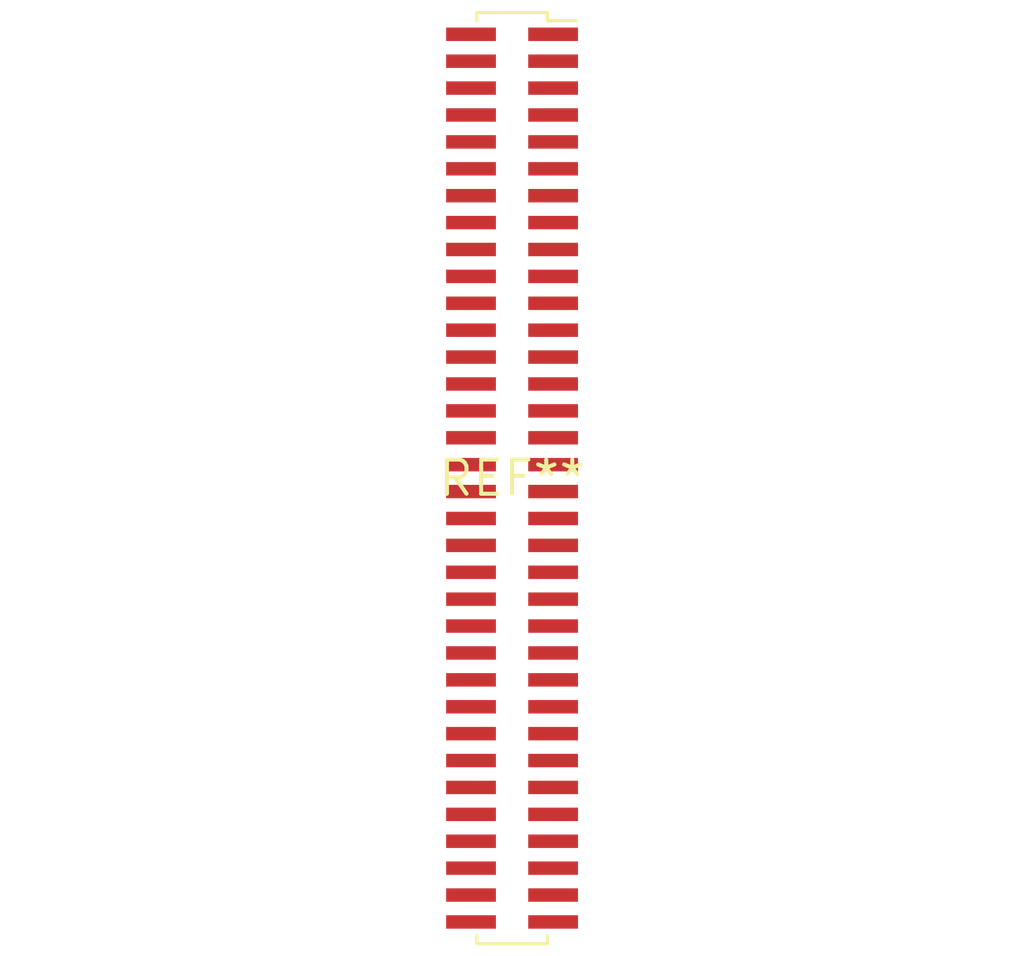
<source format=kicad_pcb>
(kicad_pcb (version 20240108) (generator pcbnew)
  (layers (0 "F.Cu" signal) (31 "B.Cu" signal) (34 "B.Paste" user) (35 "F.Paste" user) (36 "B.SilkS" user "B.Silkscreen") (37 "F.SilkS" user "F.Silkscreen") (38 "B.Mask" user) (39 "F.Mask" user) (44 "Edge.Cuts" user))
  (net 0 "")
  (footprint "PinSocket_2x34_P1.00mm_Vertical_SMD" (layer "F.Cu") (at 0 0)
    (property "Reference" "REF**")
    (property "Value" "PinSocket_2x34_P1.00mm_Vertical_SMD")
    (fp_line (start -1.31 -17.31) (end -1.31 -17.01) (layer "F.SilkS") (stroke (width 0.12)))
    (fp_line (start -1.31 -17.31) (end 1.31 -17.31) (layer "F.SilkS") (stroke (width 0.12)))
    (fp_line (start -1.31 17.01) (end -1.31 17.31) (layer "F.SilkS") (stroke (width 0.12)))
    (fp_line (start -1.31 17.31) (end 1.31 17.31) (layer "F.SilkS") (stroke (width 0.12)))
    (fp_line (start 1.31 -17.31) (end 1.31 -17.01) (layer "F.SilkS") (stroke (width 0.12)))
    (fp_line (start 1.31 -17.01) (end 2.39 -17.01) (layer "F.SilkS") (stroke (width 0.12)))
    (fp_line (start 1.31 17.01) (end 1.31 17.31) (layer "F.SilkS") (stroke (width 0.12)))
    (pad "1" smd rect (at 1.525 -16.5) (size 1.85 0.5) (layers "F.Cu" "F.Paste" "F.Mask"))
    (pad "2" smd rect (at -1.525 -16.5) (size 1.85 0.5) (layers "F.Cu" "F.Paste" "F.Mask"))
    (pad "3" smd rect (at 1.525 -15.5) (size 1.85 0.5) (layers "F.Cu" "F.Paste" "F.Mask"))
    (pad "4" smd rect (at -1.525 -15.5) (size 1.85 0.5) (layers "F.Cu" "F.Paste" "F.Mask"))
    (pad "5" smd rect (at 1.525 -14.5) (size 1.85 0.5) (layers "F.Cu" "F.Paste" "F.Mask"))
    (pad "6" smd rect (at -1.525 -14.5) (size 1.85 0.5) (layers "F.Cu" "F.Paste" "F.Mask"))
    (pad "7" smd rect (at 1.525 -13.5) (size 1.85 0.5) (layers "F.Cu" "F.Paste" "F.Mask"))
    (pad "8" smd rect (at -1.525 -13.5) (size 1.85 0.5) (layers "F.Cu" "F.Paste" "F.Mask"))
    (pad "9" smd rect (at 1.525 -12.5) (size 1.85 0.5) (layers "F.Cu" "F.Paste" "F.Mask"))
    (pad "10" smd rect (at -1.525 -12.5) (size 1.85 0.5) (layers "F.Cu" "F.Paste" "F.Mask"))
    (pad "11" smd rect (at 1.525 -11.5) (size 1.85 0.5) (layers "F.Cu" "F.Paste" "F.Mask"))
    (pad "12" smd rect (at -1.525 -11.5) (size 1.85 0.5) (layers "F.Cu" "F.Paste" "F.Mask"))
    (pad "13" smd rect (at 1.525 -10.5) (size 1.85 0.5) (layers "F.Cu" "F.Paste" "F.Mask"))
    (pad "14" smd rect (at -1.525 -10.5) (size 1.85 0.5) (layers "F.Cu" "F.Paste" "F.Mask"))
    (pad "15" smd rect (at 1.525 -9.5) (size 1.85 0.5) (layers "F.Cu" "F.Paste" "F.Mask"))
    (pad "16" smd rect (at -1.525 -9.5) (size 1.85 0.5) (layers "F.Cu" "F.Paste" "F.Mask"))
    (pad "17" smd rect (at 1.525 -8.5) (size 1.85 0.5) (layers "F.Cu" "F.Paste" "F.Mask"))
    (pad "18" smd rect (at -1.525 -8.5) (size 1.85 0.5) (layers "F.Cu" "F.Paste" "F.Mask"))
    (pad "19" smd rect (at 1.525 -7.5) (size 1.85 0.5) (layers "F.Cu" "F.Paste" "F.Mask"))
    (pad "20" smd rect (at -1.525 -7.5) (size 1.85 0.5) (layers "F.Cu" "F.Paste" "F.Mask"))
    (pad "21" smd rect (at 1.525 -6.5) (size 1.85 0.5) (layers "F.Cu" "F.Paste" "F.Mask"))
    (pad "22" smd rect (at -1.525 -6.5) (size 1.85 0.5) (layers "F.Cu" "F.Paste" "F.Mask"))
    (pad "23" smd rect (at 1.525 -5.5) (size 1.85 0.5) (layers "F.Cu" "F.Paste" "F.Mask"))
    (pad "24" smd rect (at -1.525 -5.5) (size 1.85 0.5) (layers "F.Cu" "F.Paste" "F.Mask"))
    (pad "25" smd rect (at 1.525 -4.5) (size 1.85 0.5) (layers "F.Cu" "F.Paste" "F.Mask"))
    (pad "26" smd rect (at -1.525 -4.5) (size 1.85 0.5) (layers "F.Cu" "F.Paste" "F.Mask"))
    (pad "27" smd rect (at 1.525 -3.5) (size 1.85 0.5) (layers "F.Cu" "F.Paste" "F.Mask"))
    (pad "28" smd rect (at -1.525 -3.5) (size 1.85 0.5) (layers "F.Cu" "F.Paste" "F.Mask"))
    (pad "29" smd rect (at 1.525 -2.5) (size 1.85 0.5) (layers "F.Cu" "F.Paste" "F.Mask"))
    (pad "30" smd rect (at -1.525 -2.5) (size 1.85 0.5) (layers "F.Cu" "F.Paste" "F.Mask"))
    (pad "31" smd rect (at 1.525 -1.5) (size 1.85 0.5) (layers "F.Cu" "F.Paste" "F.Mask"))
    (pad "32" smd rect (at -1.525 -1.5) (size 1.85 0.5) (layers "F.Cu" "F.Paste" "F.Mask"))
    (pad "33" smd rect (at 1.525 -0.5) (size 1.85 0.5) (layers "F.Cu" "F.Paste" "F.Mask"))
    (pad "34" smd rect (at -1.525 -0.5) (size 1.85 0.5) (layers "F.Cu" "F.Paste" "F.Mask"))
    (pad "35" smd rect (at 1.525 0.5) (size 1.85 0.5) (layers "F.Cu" "F.Paste" "F.Mask"))
    (pad "36" smd rect (at -1.525 0.5) (size 1.85 0.5) (layers "F.Cu" "F.Paste" "F.Mask"))
    (pad "37" smd rect (at 1.525 1.5) (size 1.85 0.5) (layers "F.Cu" "F.Paste" "F.Mask"))
    (pad "38" smd rect (at -1.525 1.5) (size 1.85 0.5) (layers "F.Cu" "F.Paste" "F.Mask"))
    (pad "39" smd rect (at 1.525 2.5) (size 1.85 0.5) (layers "F.Cu" "F.Paste" "F.Mask"))
    (pad "40" smd rect (at -1.525 2.5) (size 1.85 0.5) (layers "F.Cu" "F.Paste" "F.Mask"))
    (pad "41" smd rect (at 1.525 3.5) (size 1.85 0.5) (layers "F.Cu" "F.Paste" "F.Mask"))
    (pad "42" smd rect (at -1.525 3.5) (size 1.85 0.5) (layers "F.Cu" "F.Paste" "F.Mask"))
    (pad "43" smd rect (at 1.525 4.5) (size 1.85 0.5) (layers "F.Cu" "F.Paste" "F.Mask"))
    (pad "44" smd rect (at -1.525 4.5) (size 1.85 0.5) (layers "F.Cu" "F.Paste" "F.Mask"))
    (pad "45" smd rect (at 1.525 5.5) (size 1.85 0.5) (layers "F.Cu" "F.Paste" "F.Mask"))
    (pad "46" smd rect (at -1.525 5.5) (size 1.85 0.5) (layers "F.Cu" "F.Paste" "F.Mask"))
    (pad "47" smd rect (at 1.525 6.5) (size 1.85 0.5) (layers "F.Cu" "F.Paste" "F.Mask"))
    (pad "48" smd rect (at -1.525 6.5) (size 1.85 0.5) (layers "F.Cu" "F.Paste" "F.Mask"))
    (pad "49" smd rect (at 1.525 7.5) (size 1.85 0.5) (layers "F.Cu" "F.Paste" "F.Mask"))
    (pad "50" smd rect (at -1.525 7.5) (size 1.85 0.5) (layers "F.Cu" "F.Paste" "F.Mask"))
    (pad "51" smd rect (at 1.525 8.5) (size 1.85 0.5) (layers "F.Cu" "F.Paste" "F.Mask"))
    (pad "52" smd rect (at -1.525 8.5) (size 1.85 0.5) (layers "F.Cu" "F.Paste" "F.Mask"))
    (pad "53" smd rect (at 1.525 9.5) (size 1.85 0.5) (layers "F.Cu" "F.Paste" "F.Mask"))
    (pad "54" smd rect (at -1.525 9.5) (size 1.85 0.5) (layers "F.Cu" "F.Paste" "F.Mask"))
    (pad "55" smd rect (at 1.525 10.5) (size 1.85 0.5) (layers "F.Cu" "F.Paste" "F.Mask"))
    (pad "56" smd rect (at -1.525 10.5) (size 1.85 0.5) (layers "F.Cu" "F.Paste" "F.Mask"))
    (pad "57" smd rect (at 1.525 11.5) (size 1.85 0.5) (layers "F.Cu" "F.Paste" "F.Mask"))
    (pad "58" smd rect (at -1.525 11.5) (size 1.85 0.5) (layers "F.Cu" "F.Paste" "F.Mask"))
    (pad "59" smd rect (at 1.525 12.5) (size 1.85 0.5) (layers "F.Cu" "F.Paste" "F.Mask"))
    (pad "60" smd rect (at -1.525 12.5) (size 1.85 0.5) (layers "F.Cu" "F.Paste" "F.Mask"))
    (pad "61" smd rect (at 1.525 13.5) (size 1.85 0.5) (layers "F.Cu" "F.Paste" "F.Mask"))
    (pad "62" smd rect (at -1.525 13.5) (size 1.85 0.5) (layers "F.Cu" "F.Paste" "F.Mask"))
    (pad "63" smd rect (at 1.525 14.5) (size 1.85 0.5) (layers "F.Cu" "F.Paste" "F.Mask"))
    (pad "64" smd rect (at -1.525 14.5) (size 1.85 0.5) (layers "F.Cu" "F.Paste" "F.Mask"))
    (pad "65" smd rect (at 1.525 15.5) (size 1.85 0.5) (layers "F.Cu" "F.Paste" "F.Mask"))
    (pad "66" smd rect (at -1.525 15.5) (size 1.85 0.5) (layers "F.Cu" "F.Paste" "F.Mask"))
    (pad "67" smd rect (at 1.525 16.5) (size 1.85 0.5) (layers "F.Cu" "F.Paste" "F.Mask"))
    (pad "68" smd rect (at -1.525 16.5) (size 1.85 0.5) (layers "F.Cu" "F.Paste" "F.Mask"))
  )
)
</source>
